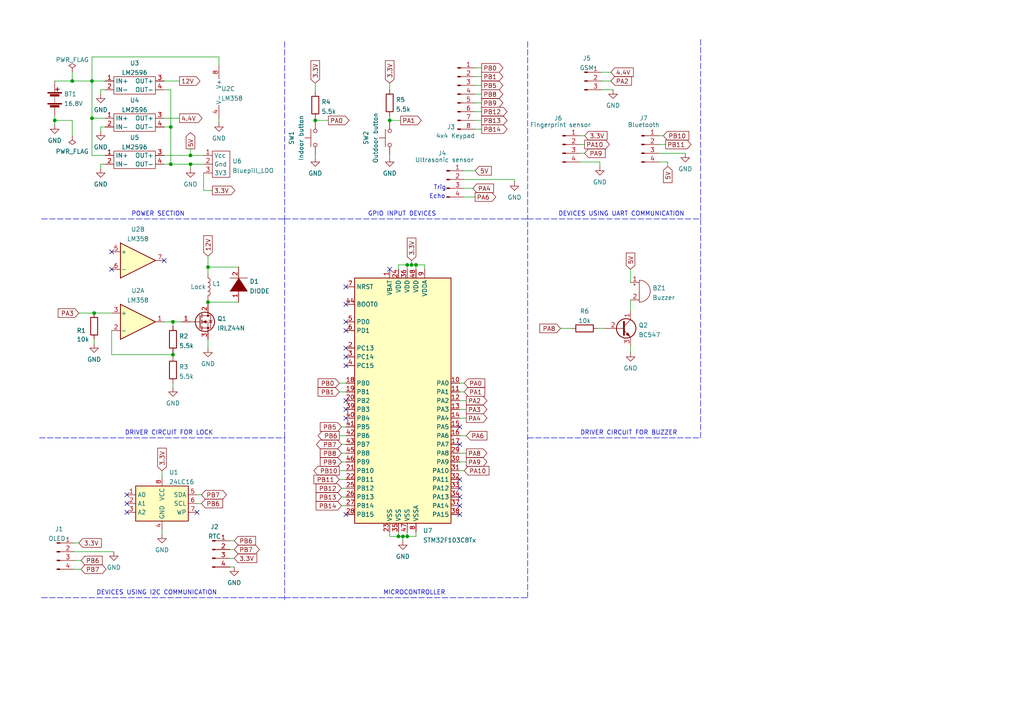
<source format=kicad_sch>
(kicad_sch (version 20211123) (generator eeschema)
  (paper "A4")
  (title_block (title "Smart Lock ") (date "2022-06-15") (rev "1.0") (company "Department of Electrical and Electronic Engineering, University of Ibadan"))
  (lib_symbols
    (symbol "Amplifier_Operational:LM358" (pin_names (offset 0.127))
      (property "Reference" "U" (at 0 5.08 0))
      (property "Value" "LM358" (at 0 -5.08 0))
      (symbol "LM358_1_1"
        (polyline (pts (xy -5.08 5.08) (xy 5.08 0) (xy -5.08 -5.08) (xy -5.08 5.08)) (stroke (width 0.254)) (fill (type background)))
        (pin output line (at 7.62 0 180) (length 2.54) (name "~") (number "1"))
        (pin input line (at -7.62 -2.54 0) (length 2.54) (name "-") (number "2"))
        (pin input line (at -7.62 2.54 0) (length 2.54) (name "+") (number "3"))
      )
      (symbol "LM358_2_1"
        (polyline (pts (xy -5.08 5.08) (xy 5.08 0) (xy -5.08 -5.08) (xy -5.08 5.08)) (stroke (width 0.254)) (fill (type background)))
        (pin input line (at -7.62 2.54 0) (length 2.54) (name "+") (number "5"))
        (pin input line (at -7.62 -2.54 0) (length 2.54) (name "-") (number "6"))
        (pin output line (at 7.62 0 180) (length 2.54) (name "~") (number "7"))
      )
      (symbol "LM358_3_1"
        (pin power_in line (at -2.54 -7.62 90) (length 3.81) (name "V-") (number "4"))
        (pin power_in line (at -2.54 7.62 270) (length 3.81) (name "V+") (number "8"))
      )
    )
    (symbol "Bluepill_LDO:Bluepill_LDO"
      (property "Reference" "U" (at 0 1.27 0))
      (property "Value" "Bluepill_LDO" (at 0 3.175 0))
      (symbol "Bluepill_LDO_0_1"
        (rectangle (start -3.81 0) (end 3.81 -5.08) (stroke (width 0.1524)))
      )
      (symbol "Bluepill_LDO_1_1"
        (pin power_in line (at -2.54 -7.62 90) (length 2.54) (name "Vcc") (number "1"))
        (pin power_in line (at 0 -7.62 90) (length 2.54) (name "Gnd") (number "2"))
        (pin power_out line (at 2.54 -7.62 90) (length 2.54) (name "3V3") (number "3"))
      )
    )
    (symbol "Connector:Conn_01x03_Male" (pin_names (offset 1.016) hide)
      (property "Reference" "J" (at 0 5.08 0))
      (property "Value" "Conn_01x03_Male" (at 0 -5.08 0))
      (symbol "Conn_01x03_Male_1_1"
        (polyline (pts (xy 1.27 -2.54) (xy 0.8636 -2.54)) (stroke (width 0.1524)))
        (polyline (pts (xy 1.27 0) (xy 0.8636 0)) (stroke (width 0.1524)))
        (polyline (pts (xy 1.27 2.54) (xy 0.8636 2.54)) (stroke (width 0.1524)))
        (rectangle (start 0.8636 -2.413) (end 0 -2.667) (stroke (width 0.1524)) (fill (type outline)))
        (rectangle (start 0.8636 0.127) (end 0 -0.127) (stroke (width 0.1524)) (fill (type outline)))
        (rectangle (start 0.8636 2.667) (end 0 2.413) (stroke (width 0.1524)) (fill (type outline)))
        (pin passive line (at 5.08 2.54 180) (length 3.81) (name "Pin_1") (number "1"))
        (pin passive line (at 5.08 0 180) (length 3.81) (name "Pin_2") (number "2"))
        (pin passive line (at 5.08 -2.54 180) (length 3.81) (name "Pin_3") (number "3"))
      )
    )
    (symbol "Connector:Conn_01x04_Male" (pin_names (offset 1.016) hide)
      (property "Reference" "J" (at 0 5.08 0))
      (property "Value" "Conn_01x04_Male" (at 0 -7.62 0))
      (symbol "Conn_01x04_Male_1_1"
        (polyline (pts (xy 1.27 -5.08) (xy 0.8636 -5.08)) (stroke (width 0.1524)))
        (polyline (pts (xy 1.27 -2.54) (xy 0.8636 -2.54)) (stroke (width 0.1524)))
        (polyline (pts (xy 1.27 0) (xy 0.8636 0)) (stroke (width 0.1524)))
        (polyline (pts (xy 1.27 2.54) (xy 0.8636 2.54)) (stroke (width 0.1524)))
        (rectangle (start 0.8636 -4.953) (end 0 -5.207) (stroke (width 0.1524)) (fill (type outline)))
        (rectangle (start 0.8636 -2.413) (end 0 -2.667) (stroke (width 0.1524)) (fill (type outline)))
        (rectangle (start 0.8636 0.127) (end 0 -0.127) (stroke (width 0.1524)) (fill (type outline)))
        (rectangle (start 0.8636 2.667) (end 0 2.413) (stroke (width 0.1524)) (fill (type outline)))
        (pin passive line (at 5.08 2.54 180) (length 3.81) (name "Pin_1") (number "1"))
        (pin passive line (at 5.08 0 180) (length 3.81) (name "Pin_2") (number "2"))
        (pin passive line (at 5.08 -2.54 180) (length 3.81) (name "Pin_3") (number "3"))
        (pin passive line (at 5.08 -5.08 180) (length 3.81) (name "Pin_4") (number "4"))
      )
    )
    (symbol "Connector:Conn_01x08_Male" (pin_names (offset 1.016) hide)
      (property "Reference" "J" (at 0 10.16 0))
      (property "Value" "Conn_01x08_Male" (at 0 -12.7 0))
      (symbol "Conn_01x08_Male_1_1"
        (polyline (pts (xy 1.27 -10.16) (xy 0.8636 -10.16)) (stroke (width 0.1524)))
        (polyline (pts (xy 1.27 -7.62) (xy 0.8636 -7.62)) (stroke (width 0.1524)))
        (polyline (pts (xy 1.27 -5.08) (xy 0.8636 -5.08)) (stroke (width 0.1524)))
        (polyline (pts (xy 1.27 -2.54) (xy 0.8636 -2.54)) (stroke (width 0.1524)))
        (polyline (pts (xy 1.27 0) (xy 0.8636 0)) (stroke (width 0.1524)))
        (polyline (pts (xy 1.27 2.54) (xy 0.8636 2.54)) (stroke (width 0.1524)))
        (polyline (pts (xy 1.27 5.08) (xy 0.8636 5.08)) (stroke (width 0.1524)))
        (polyline (pts (xy 1.27 7.62) (xy 0.8636 7.62)) (stroke (width 0.1524)))
        (rectangle (start 0.8636 -10.033) (end 0 -10.287) (stroke (width 0.1524)) (fill (type outline)))
        (rectangle (start 0.8636 -7.493) (end 0 -7.747) (stroke (width 0.1524)) (fill (type outline)))
        (rectangle (start 0.8636 -4.953) (end 0 -5.207) (stroke (width 0.1524)) (fill (type outline)))
        (rectangle (start 0.8636 -2.413) (end 0 -2.667) (stroke (width 0.1524)) (fill (type outline)))
        (rectangle (start 0.8636 0.127) (end 0 -0.127) (stroke (width 0.1524)) (fill (type outline)))
        (rectangle (start 0.8636 2.667) (end 0 2.413) (stroke (width 0.1524)) (fill (type outline)))
        (rectangle (start 0.8636 5.207) (end 0 4.953) (stroke (width 0.1524)) (fill (type outline)))
        (rectangle (start 0.8636 7.747) (end 0 7.493) (stroke (width 0.1524)) (fill (type outline)))
        (pin passive line (at 5.08 7.62 180) (length 3.81) (name "Pin_1") (number "1"))
        (pin passive line (at 5.08 5.08 180) (length 3.81) (name "Pin_2") (number "2"))
        (pin passive line (at 5.08 2.54 180) (length 3.81) (name "Pin_3") (number "3"))
        (pin passive line (at 5.08 0 180) (length 3.81) (name "Pin_4") (number "4"))
        (pin passive line (at 5.08 -2.54 180) (length 3.81) (name "Pin_5") (number "5"))
        (pin passive line (at 5.08 -5.08 180) (length 3.81) (name "Pin_6") (number "6"))
        (pin passive line (at 5.08 -7.62 180) (length 3.81) (name "Pin_7") (number "7"))
        (pin passive line (at 5.08 -10.16 180) (length 3.81) (name "Pin_8") (number "8"))
      )
    )
    (symbol "Device:Battery" (pin_numbers hide) (pin_names (offset 0) hide)
      (property "Reference" "BT" (at 2.54 2.54 0))
      (property "Value" "Battery" (at 2.54 0 0))
      (symbol "Battery_0_1"
        (rectangle (start -2.032 -1.397) (end 2.032 -1.651) (fill (type outline)))
        (rectangle (start -2.032 1.778) (end 2.032 1.524) (fill (type outline)))
        (rectangle (start -1.3208 -1.9812) (end 1.27 -2.4892) (fill (type outline)))
        (rectangle (start -1.3208 1.1938) (end 1.27 0.6858) (fill (type outline)))
        (polyline (pts (xy 0 -1.524) (xy 0 -1.27)))
        (polyline (pts (xy 0 -1.016) (xy 0 -0.762)))
        (polyline (pts (xy 0 -0.508) (xy 0 -0.254)))
        (polyline (pts (xy 0 0) (xy 0 0.254)))
        (polyline (pts (xy 0 0.508) (xy 0 0.762)))
        (polyline (pts (xy 0 1.778) (xy 0 2.54)))
        (polyline (pts (xy 0.254 2.667) (xy 1.27 2.667)) (stroke (width 0.254)))
        (polyline (pts (xy 0.762 3.175) (xy 0.762 2.159)) (stroke (width 0.254)))
      )
      (symbol "Battery_1_1"
        (pin passive line (at 0 5.08 270) (length 2.54) (name "+") (number "1"))
        (pin passive line (at 0 -5.08 90) (length 2.54) (name "-") (number "2"))
      )
    )
    (symbol "Device:Buzzer" (pin_names (offset 0.0254) hide)
      (property "Reference" "BZ" (at 3.81 1.27 0))
      (property "Value" "Buzzer" (at 3.81 -1.27 0))
      (symbol "Buzzer_0_1"
        (arc (start 0 -3.175) (mid 3.175 0) (end 0 3.175))
        (polyline (pts (xy -1.651 1.905) (xy -1.143 1.905)))
        (polyline (pts (xy -1.397 2.159) (xy -1.397 1.651)))
        (polyline (pts (xy 0 3.175) (xy 0 -3.175)))
      )
      (symbol "Buzzer_1_1"
        (pin passive line (at -2.54 2.54 0) (length 2.54) (name "-") (number "1"))
        (pin passive line (at -2.54 -2.54 0) (length 2.54) (name "+") (number "2"))
      )
    )
    (symbol "Device:L" (pin_numbers hide) (pin_names (offset 1.016) hide)
      (property "Reference" "L" (at -1.27 0 90))
      (property "Value" "L" (at 1.905 0 90))
      (symbol "L_0_1"
        (arc (start 0 -2.54) (mid 0.635 -1.905) (end 0 -1.27))
        (arc (start 0 -1.27) (mid 0.635 -0.635) (end 0 0))
        (arc (start 0 0) (mid 0.635 0.635) (end 0 1.27))
        (arc (start 0 1.27) (mid 0.635 1.905) (end 0 2.54))
      )
      (symbol "L_1_1"
        (pin passive line (at 0 3.81 270) (length 1.27) (name "1") (number "1"))
        (pin passive line (at 0 -3.81 90) (length 1.27) (name "2") (number "2"))
      )
    )
    (symbol "Device:R" (pin_numbers hide) (pin_names (offset 0))
      (property "Reference" "R" (at 2.032 0 90))
      (property "Value" "R" (at 0 0 90))
      (symbol "R_0_1"
        (rectangle (start -1.016 -2.54) (end 1.016 2.54) (stroke (width 0.254)))
      )
      (symbol "R_1_1"
        (pin passive line (at 0 3.81 270) (length 1.27) (name "~") (number "1"))
        (pin passive line (at 0 -3.81 90) (length 1.27) (name "~") (number "2"))
      )
    )
    (symbol "LM2596_Module:LM2596"
      (property "Reference" "U" (at 0 1.27 0))
      (property "Value" "LM2596" (at 0 3.175 0))
      (symbol "LM2596_0_1"
        (rectangle (start -5.715 0) (end 6.35 -5.08) (stroke (width 0.1524)))
      )
      (symbol "LM2596_1_1"
        (pin power_in line (at -8.255 -1.27 0) (length 2.54) (name "IN+") (number "1"))
        (pin power_in line (at -8.255 -3.81 0) (length 2.54) (name "IN-") (number "2"))
        (pin power_out line (at 8.89 -1.27 180) (length 2.54) (name "OUT+") (number "3"))
        (pin power_in line (at 8.89 -3.81 180) (length 2.54) (name "OUT-") (number "4"))
      )
    )
    (symbol "MCU_ST_STM32F1:STM32F103C8Tx"
      (property "Reference" "U" (at -15.24 36.83 0))
      (property "Value" "STM32F103C8Tx" (at 7.62 36.83 0))
      (symbol "STM32F103C8Tx_0_1"
        (rectangle (start -15.24 -35.56) (end 12.7 35.56) (stroke (width 0.254)) (fill (type background)))
      )
      (symbol "STM32F103C8Tx_1_1"
        (pin power_in line (at -5.08 38.1 270) (length 2.54) (name "VBAT") (number "1"))
        (pin bidirectional line (at 15.24 5.08 180) (length 2.54) (name "PA0") (number "10"))
        (pin bidirectional line (at 15.24 2.54 180) (length 2.54) (name "PA1") (number "11"))
        (pin bidirectional line (at 15.24 0 180) (length 2.54) (name "PA2") (number "12"))
        (pin bidirectional line (at 15.24 -2.54 180) (length 2.54) (name "PA3") (number "13"))
        (pin bidirectional line (at 15.24 -5.08 180) (length 2.54) (name "PA4") (number "14"))
        (pin bidirectional line (at 15.24 -7.62 180) (length 2.54) (name "PA5") (number "15"))
        (pin bidirectional line (at 15.24 -10.16 180) (length 2.54) (name "PA6") (number "16"))
        (pin bidirectional line (at 15.24 -12.7 180) (length 2.54) (name "PA7") (number "17"))
        (pin bidirectional line (at -17.78 5.08 0) (length 2.54) (name "PB0") (number "18"))
        (pin bidirectional line (at -17.78 2.54 0) (length 2.54) (name "PB1") (number "19"))
        (pin bidirectional line (at -17.78 15.24 0) (length 2.54) (name "PC13") (number "2"))
        (pin bidirectional line (at -17.78 0 0) (length 2.54) (name "PB2") (number "20"))
        (pin bidirectional line (at -17.78 -20.32 0) (length 2.54) (name "PB10") (number "21"))
        (pin bidirectional line (at -17.78 -22.86 0) (length 2.54) (name "PB11") (number "22"))
        (pin power_in line (at -5.08 -38.1 90) (length 2.54) (name "VSS") (number "23"))
        (pin power_in line (at -2.54 38.1 270) (length 2.54) (name "VDD") (number "24"))
        (pin bidirectional line (at -17.78 -25.4 0) (length 2.54) (name "PB12") (number "25"))
        (pin bidirectional line (at -17.78 -27.94 0) (length 2.54) (name "PB13") (number "26"))
        (pin bidirectional line (at -17.78 -30.48 0) (length 2.54) (name "PB14") (number "27"))
        (pin bidirectional line (at -17.78 -33.02 0) (length 2.54) (name "PB15") (number "28"))
        (pin bidirectional line (at 15.24 -15.24 180) (length 2.54) (name "PA8") (number "29"))
        (pin bidirectional line (at -17.78 12.7 0) (length 2.54) (name "PC14") (number "3"))
        (pin bidirectional line (at 15.24 -17.78 180) (length 2.54) (name "PA9") (number "30"))
        (pin bidirectional line (at 15.24 -20.32 180) (length 2.54) (name "PA10") (number "31"))
        (pin bidirectional line (at 15.24 -22.86 180) (length 2.54) (name "PA11") (number "32"))
        (pin bidirectional line (at 15.24 -25.4 180) (length 2.54) (name "PA12") (number "33"))
        (pin bidirectional line (at 15.24 -27.94 180) (length 2.54) (name "PA13") (number "34"))
        (pin power_in line (at -2.54 -38.1 90) (length 2.54) (name "VSS") (number "35"))
        (pin power_in line (at 0 38.1 270) (length 2.54) (name "VDD") (number "36"))
        (pin bidirectional line (at 15.24 -30.48 180) (length 2.54) (name "PA14") (number "37"))
        (pin bidirectional line (at 15.24 -33.02 180) (length 2.54) (name "PA15") (number "38"))
        (pin bidirectional line (at -17.78 -2.54 0) (length 2.54) (name "PB3") (number "39"))
        (pin bidirectional line (at -17.78 10.16 0) (length 2.54) (name "PC15") (number "4"))
        (pin bidirectional line (at -17.78 -5.08 0) (length 2.54) (name "PB4") (number "40"))
        (pin bidirectional line (at -17.78 -7.62 0) (length 2.54) (name "PB5") (number "41"))
        (pin bidirectional line (at -17.78 -10.16 0) (length 2.54) (name "PB6") (number "42"))
        (pin bidirectional line (at -17.78 -12.7 0) (length 2.54) (name "PB7") (number "43"))
        (pin input line (at -17.78 27.94 0) (length 2.54) (name "BOOT0") (number "44"))
        (pin bidirectional line (at -17.78 -15.24 0) (length 2.54) (name "PB8") (number "45"))
        (pin bidirectional line (at -17.78 -17.78 0) (length 2.54) (name "PB9") (number "46"))
        (pin power_in line (at 0 -38.1 90) (length 2.54) (name "VSS") (number "47"))
        (pin power_in line (at 2.54 38.1 270) (length 2.54) (name "VDD") (number "48"))
        (pin input line (at -17.78 22.86 0) (length 2.54) (name "PD0") (number "5"))
        (pin input line (at -17.78 20.32 0) (length 2.54) (name "PD1") (number "6"))
        (pin input line (at -17.78 33.02 0) (length 2.54) (name "NRST") (number "7"))
        (pin power_in line (at 2.54 -38.1 90) (length 2.54) (name "VSSA") (number "8"))
        (pin power_in line (at 5.08 38.1 270) (length 2.54) (name "VDDA") (number "9"))
      )
    )
    (symbol "Memory_EEPROM:24LC16"
      (property "Reference" "U" (at -6.35 6.35 0))
      (property "Value" "24LC16" (at 1.27 6.35 0))
      (symbol "24LC16_1_1"
        (rectangle (start -7.62 5.08) (end 7.62 -5.08) (stroke (width 0.254)) (fill (type background)))
        (pin input line (at -10.16 2.54 0) (length 2.54) (name "A0") (number "1"))
        (pin input line (at -10.16 0 0) (length 2.54) (name "A1") (number "2"))
        (pin input line (at -10.16 -2.54 0) (length 2.54) (name "A2") (number "3"))
        (pin power_in line (at 0 -7.62 90) (length 2.54) (name "GND") (number "4"))
        (pin bidirectional line (at 10.16 2.54 180) (length 2.54) (name "SDA") (number "5"))
        (pin input line (at 10.16 0 180) (length 2.54) (name "SCL") (number "6"))
        (pin input line (at 10.16 -2.54 180) (length 2.54) (name "WP") (number "7"))
        (pin power_in line (at 0 7.62 270) (length 2.54) (name "VCC") (number "8"))
      )
    )
    (symbol "Switch:SW_MEC_5G" (pin_numbers hide) (pin_names (offset 1.016) hide)
      (property "Reference" "SW" (at 1.27 2.54 0))
      (property "Value" "SW_MEC_5G" (at 0 -1.524 0))
      (symbol "SW_MEC_5G_0_1"
        (circle (center -2.032 0) (radius 0.508))
        (polyline (pts (xy 0 1.27) (xy 0 3.048)))
        (polyline (pts (xy 2.54 1.27) (xy -2.54 1.27)))
        (circle (center 2.032 0) (radius 0.508))
        (pin passive line (at -5.08 0 0) (length 2.54) (name "A") (number "1"))
        (pin passive line (at 5.08 0 180) (length 2.54) (name "B") (number "3"))
      )
      (symbol "SW_MEC_5G_1_1"
        (pin passive line (at -5.08 0 0) (length 2.54) hide (name "A") (number "2"))
        (pin passive line (at 5.08 0 180) (length 2.54) hide (name "B") (number "4"))
      )
    )
    (symbol "Transistor_BJT:BC547" (pin_names (offset 0) hide)
      (property "Reference" "Q" (at 5.08 1.905 0))
      (property "Value" "BC547" (at 5.08 0 0))
      (symbol "BC547_0_1"
        (polyline (pts (xy 0 0) (xy 0.635 0)))
        (polyline (pts (xy 0.635 0.635) (xy 2.54 2.54)))
        (polyline (pts (xy 0.635 -0.635) (xy 2.54 -2.54) (xy 2.54 -2.54)))
        (polyline (pts (xy 0.635 1.905) (xy 0.635 -1.905) (xy 0.635 -1.905)) (stroke (width 0.508)))
        (polyline (pts (xy 1.27 -1.778) (xy 1.778 -1.27) (xy 2.286 -2.286) (xy 1.27 -1.778) (xy 1.27 -1.778)) (fill (type outline)))
        (circle (center 1.27 0) (radius 2.8194) (stroke (width 0.254)))
      )
      (symbol "BC547_1_1"
        (pin passive line (at 2.54 5.08 270) (length 2.54) (name "C") (number "1"))
        (pin input line (at -5.08 0 0) (length 5.08) (name "B") (number "2"))
        (pin passive line (at 2.54 -5.08 90) (length 2.54) (name "E") (number "3"))
      )
    )
    (symbol "Transistor_FET:IRLZ44N" (pin_names hide)
      (property "Reference" "Q" (at 6.35 1.905 0))
      (property "Value" "IRLZ44N" (at 6.35 0 0))
      (symbol "IRLZ44N_0_1"
        (polyline (pts (xy 0.254 0) (xy -2.54 0)))
        (polyline (pts (xy 0.254 1.905) (xy 0.254 -1.905)) (stroke (width 0.254)))
        (polyline (pts (xy 0.762 -1.27) (xy 0.762 -2.286)) (stroke (width 0.254)))
        (polyline (pts (xy 0.762 0.508) (xy 0.762 -0.508)) (stroke (width 0.254)))
        (polyline (pts (xy 0.762 2.286) (xy 0.762 1.27)) (stroke (width 0.254)))
        (polyline (pts (xy 2.54 2.54) (xy 2.54 1.778)))
        (polyline (pts (xy 2.54 -2.54) (xy 2.54 0) (xy 0.762 0)))
        (polyline (pts (xy 0.762 -1.778) (xy 3.302 -1.778) (xy 3.302 1.778) (xy 0.762 1.778)))
        (polyline (pts (xy 1.016 0) (xy 2.032 0.381) (xy 2.032 -0.381) (xy 1.016 0)) (fill (type outline)))
        (polyline (pts (xy 2.794 0.508) (xy 2.921 0.381) (xy 3.683 0.381) (xy 3.81 0.254)))
        (polyline (pts (xy 3.302 0.381) (xy 2.921 -0.254) (xy 3.683 -0.254) (xy 3.302 0.381)))
        (circle (center 1.651 0) (radius 2.794) (stroke (width 0.254)))
        (circle (center 2.54 -1.778) (radius 0.254) (fill (type outline)))
        (circle (center 2.54 1.778) (radius 0.254) (fill (type outline)))
      )
      (symbol "IRLZ44N_1_1"
        (pin input line (at -5.08 0 0) (length 2.54) (name "G") (number "1"))
        (pin passive line (at 2.54 5.08 270) (length 2.54) (name "D") (number "2"))
        (pin passive line (at 2.54 -5.08 90) (length 2.54) (name "S") (number "3"))
      )
    )
    (symbol "power:GND" (power) (pin_names (offset 0))
      (property "Value" "GND" (at 0 -3.81 0))
      (symbol "GND_0_1"
        (polyline (pts (xy 0 0) (xy 0 -1.27) (xy 1.27 -1.27) (xy 0 -2.54) (xy -1.27 -1.27) (xy 0 -1.27)))
      )
      (symbol "GND_1_1"
        (pin power_in line (at 0 0 270) (length 0) hide (name "GND") (number "1"))
      )
    )
    (symbol "power:PWR_FLAG" (power) (pin_numbers hide) (pin_names (offset 0) hide)
      (property "Value" "PWR_FLAG" (at 0 3.81 0))
      (symbol "PWR_FLAG_0_0"
        (pin power_out line (at 0 0 90) (length 0) (name "pwr") (number "1"))
      )
      (symbol "PWR_FLAG_0_1"
        (polyline (pts (xy 0 0) (xy 0 1.27) (xy -1.016 1.905) (xy 0 2.54) (xy 1.016 1.905) (xy 0 1.27)))
      )
    )
    (symbol "pspice:DIODE" (pin_names (offset 1.016) hide)
      (property "Reference" "D" (at 0 3.81 0))
      (property "Value" "DIODE" (at 0 -4.445 0))
      (symbol "DIODE_0_1"
        (polyline (pts (xy 1.905 2.54) (xy 1.905 -2.54)))
        (polyline (pts (xy -1.905 2.54) (xy -1.905 -2.54) (xy 1.905 0)) (fill (type outline)))
      )
      (symbol "DIODE_1_1"
        (pin input line (at -5.08 0 0) (length 3.81) (name "K") (number "1"))
        (pin input line (at 5.08 0 180) (length 3.81) (name "A") (number "2"))
      )
    )
  )
  (junction (at 49.53 36.83))
  (junction (at 55.245 47.625))
  (junction (at 113.03 34.925))
  (junction (at 20.955 23.495))
  (junction (at 27.305 90.805))
  (junction (at 50.165 93.345))
  (junction (at 60.325 77.47))
  (junction (at 26.67 34.29))
  (junction (at 91.44 34.925))
  (junction (at 118.11 155.575))
  (junction (at 49.53 47.625))
  (junction (at 120.65 76.835))
  (junction (at 26.67 23.495))
  (junction (at 50.165 102.87))
  (junction (at 115.57 155.575))
  (junction (at 119.38 76.835))
  (junction (at 15.875 34.925))
  (junction (at 55.245 45.085))
  (junction (at 116.84 155.575))
  (junction (at 60.325 87.63))
  (junction (at 118.11 76.835))
  (no_connect (at 133.35 149.225))
  (no_connect (at 133.35 146.685))
  (no_connect (at 133.35 141.605))
  (no_connect (at 133.35 139.065))
  (no_connect (at 133.35 144.145))
  (no_connect (at 100.33 149.225))
  (no_connect (at 100.33 121.285))
  (no_connect (at 100.33 118.745))
  (no_connect (at 133.35 128.905))
  (no_connect (at 133.35 123.825))
  (no_connect (at 100.33 116.205))
  (no_connect (at 100.33 93.345))
  (no_connect (at 100.33 88.265))
  (no_connect (at 100.33 83.185))
  (no_connect (at 113.03 78.105))
  (no_connect (at 100.33 95.885))
  (no_connect (at 100.33 106.045))
  (no_connect (at 100.33 103.505))
  (no_connect (at 100.33 100.965))
  (no_connect (at 47.625 75.565))
  (no_connect (at 32.385 73.025))
  (no_connect (at 32.385 78.105))
  (no_connect (at 36.83 143.51))
  (no_connect (at 36.83 146.05))
  (no_connect (at 36.83 148.59))
  (no_connect (at 57.15 148.59))
  (wire (pts (xy 173.99 46.99) (xy 168.275 46.99)))
  (wire (pts (xy 47.625 93.345) (xy 50.165 93.345)))
  (wire (pts (xy 133.35 136.525) (xy 134.62 136.525)))
  (wire (pts (xy 91.44 45.085) (xy 91.44 45.72)))
  (polyline (pts (xy 203.2 11.43) (xy 203.2 63.5)))
  (polyline (pts (xy 82.55 12.065) (xy 82.55 63.5)))
  (polyline (pts (xy 11.43 127) (xy 82.55 127)))
  (wire (pts (xy 134.62 49.53) (xy 137.795 49.53)))
  (wire (pts (xy 134.62 52.07) (xy 149.225 52.07)))
  (wire (pts (xy 60.325 98.425) (xy 60.325 100.965)))
  (wire (pts (xy 20.955 23.495) (xy 26.67 23.495)))
  (wire (pts (xy 137.795 29.845) (xy 139.7 29.845)))
  (wire (pts (xy 21.59 160.02) (xy 33.02 160.02)))
  (wire (pts (xy 47.625 36.83) (xy 49.53 36.83)))
  (wire (pts (xy 137.795 34.925) (xy 139.7 34.925)))
  (wire (pts (xy 133.35 133.985) (xy 135.255 133.985)))
  (wire (pts (xy 60.325 77.47) (xy 69.215 77.47)))
  (wire (pts (xy 22.86 90.805) (xy 27.305 90.805)))
  (wire (pts (xy 133.35 116.205) (xy 135.255 116.205)))
  (wire (pts (xy 32.385 102.87) (xy 50.165 102.87)))
  (wire (pts (xy 29.21 38.1) (xy 29.21 36.83)))
  (wire (pts (xy 137.795 27.305) (xy 139.7 27.305)))
  (wire (pts (xy 20.955 39.37) (xy 20.955 34.925)))
  (wire (pts (xy 137.795 24.765) (xy 139.7 24.765)))
  (wire (pts (xy 26.67 45.085) (xy 26.67 34.29)))
  (wire (pts (xy 99.06 141.605) (xy 100.33 141.605)))
  (wire (pts (xy 47.625 34.29) (xy 52.07 34.29)))
  (wire (pts (xy 115.57 78.105) (xy 115.57 76.835)))
  (wire (pts (xy 168.275 41.91) (xy 169.545 41.91)))
  (wire (pts (xy 98.425 136.525) (xy 100.33 136.525)))
  (wire (pts (xy 173.355 95.25) (xy 175.26 95.25)))
  (wire (pts (xy 29.21 27.305) (xy 29.21 26.035)))
  (wire (pts (xy 26.67 23.495) (xy 30.48 23.495)))
  (wire (pts (xy 191.135 41.91) (xy 193.04 41.91)))
  (polyline (pts (xy 153.035 127) (xy 203.2 127)))
  (wire (pts (xy 113.03 155.575) (xy 115.57 155.575)))
  (wire (pts (xy 116.84 155.575) (xy 116.84 156.845)))
  (wire (pts (xy 59.055 50.165) (xy 59.055 55.245)))
  (wire (pts (xy 174.625 23.495) (xy 177.165 23.495)))
  (wire (pts (xy 115.57 154.305) (xy 115.57 155.575)))
  (wire (pts (xy 15.875 33.655) (xy 15.875 34.925)))
  (wire (pts (xy 191.135 46.99) (xy 193.675 46.99)))
  (wire (pts (xy 113.03 154.305) (xy 113.03 155.575)))
  (wire (pts (xy 21.59 165.1) (xy 23.495 165.1)))
  (wire (pts (xy 182.88 86.995) (xy 182.88 90.17)))
  (wire (pts (xy 119.38 75.565) (xy 119.38 76.835)))
  (wire (pts (xy 133.35 131.445) (xy 135.255 131.445)))
  (wire (pts (xy 66.675 164.465) (xy 67.945 164.465)))
  (wire (pts (xy 118.11 155.575) (xy 120.65 155.575)))
  (wire (pts (xy 98.425 111.125) (xy 100.33 111.125)))
  (wire (pts (xy 91.44 24.13) (xy 91.44 26.67)))
  (wire (pts (xy 99.06 131.445) (xy 100.33 131.445)))
  (wire (pts (xy 49.53 47.625) (xy 55.245 47.625)))
  (wire (pts (xy 32.385 95.885) (xy 32.385 102.87)))
  (wire (pts (xy 91.44 34.29) (xy 91.44 34.925)))
  (wire (pts (xy 15.875 23.495) (xy 20.955 23.495)))
  (wire (pts (xy 66.675 156.845) (xy 67.945 156.845)))
  (wire (pts (xy 99.06 144.145) (xy 100.33 144.145)))
  (wire (pts (xy 29.21 48.895) (xy 29.21 47.625)))
  (wire (pts (xy 60.325 77.47) (xy 60.325 79.375)))
  (polyline (pts (xy 153.035 63.5) (xy 203.2 63.5)))
  (wire (pts (xy 29.21 36.83) (xy 30.48 36.83)))
  (wire (pts (xy 168.275 44.45) (xy 169.545 44.45)))
  (wire (pts (xy 26.67 16.51) (xy 26.67 23.495)))
  (wire (pts (xy 49.53 26.035) (xy 49.53 36.83)))
  (wire (pts (xy 134.62 57.15) (xy 137.795 57.15)))
  (wire (pts (xy 21.59 162.56) (xy 23.495 162.56)))
  (wire (pts (xy 99.06 128.905) (xy 100.33 128.905)))
  (wire (pts (xy 55.245 47.625) (xy 59.055 47.625)))
  (wire (pts (xy 46.99 136.525) (xy 46.99 138.43)))
  (wire (pts (xy 29.21 47.625) (xy 30.48 47.625)))
  (wire (pts (xy 98.425 126.365) (xy 100.33 126.365)))
  (wire (pts (xy 21.59 157.48) (xy 22.86 157.48)))
  (wire (pts (xy 60.325 86.995) (xy 60.325 87.63)))
  (wire (pts (xy 60.325 87.63) (xy 69.215 87.63)))
  (wire (pts (xy 173.99 48.26) (xy 173.99 46.99)))
  (wire (pts (xy 55.245 43.18) (xy 55.245 45.085)))
  (wire (pts (xy 182.88 100.33) (xy 182.88 102.235)))
  (wire (pts (xy 149.225 52.07) (xy 149.225 52.705)))
  (wire (pts (xy 50.165 102.87) (xy 50.165 103.505)))
  (wire (pts (xy 26.67 16.51) (xy 63.5 16.51)))
  (wire (pts (xy 133.35 111.125) (xy 134.62 111.125)))
  (wire (pts (xy 119.38 76.835) (xy 120.65 76.835)))
  (wire (pts (xy 46.99 153.67) (xy 46.99 154.94)))
  (polyline (pts (xy 82.55 63.5) (xy 153.035 63.5)))
  (wire (pts (xy 134.62 54.61) (xy 137.16 54.61)))
  (wire (pts (xy 99.06 123.825) (xy 100.33 123.825)))
  (wire (pts (xy 137.795 22.225) (xy 139.7 22.225)))
  (wire (pts (xy 133.35 126.365) (xy 135.255 126.365)))
  (wire (pts (xy 98.425 139.065) (xy 100.33 139.065)))
  (wire (pts (xy 15.875 34.925) (xy 15.875 36.195)))
  (wire (pts (xy 113.03 24.13) (xy 113.03 26.035)))
  (wire (pts (xy 98.425 113.665) (xy 100.33 113.665)))
  (wire (pts (xy 133.35 118.745) (xy 135.255 118.745)))
  (wire (pts (xy 91.44 34.925) (xy 95.25 34.925)))
  (wire (pts (xy 137.795 19.685) (xy 139.7 19.685)))
  (wire (pts (xy 162.56 95.25) (xy 165.735 95.25)))
  (wire (pts (xy 174.625 26.035) (xy 177.8 26.035)))
  (wire (pts (xy 47.625 45.085) (xy 55.245 45.085)))
  (wire (pts (xy 66.675 161.925) (xy 67.945 161.925)))
  (wire (pts (xy 29.21 26.035) (xy 30.48 26.035)))
  (wire (pts (xy 137.795 32.385) (xy 139.7 32.385)))
  (wire (pts (xy 133.35 121.285) (xy 135.255 121.285)))
  (wire (pts (xy 27.305 90.805) (xy 32.385 90.805)))
  (wire (pts (xy 99.06 146.685) (xy 100.33 146.685)))
  (wire (pts (xy 50.165 102.235) (xy 50.165 102.87)))
  (polyline (pts (xy 203.2 127) (xy 203.2 63.5)))
  (wire (pts (xy 63.5 19.05) (xy 63.5 16.51)))
  (wire (pts (xy 99.06 133.985) (xy 100.33 133.985)))
  (wire (pts (xy 191.135 44.45) (xy 198.755 44.45)))
  (wire (pts (xy 118.11 76.835) (xy 118.11 78.105)))
  (wire (pts (xy 168.275 39.37) (xy 169.545 39.37)))
  (wire (pts (xy 47.625 26.035) (xy 49.53 26.035)))
  (polyline (pts (xy 153.035 12.065) (xy 153.035 63.5)))
  (wire (pts (xy 191.135 39.37) (xy 192.405 39.37)))
  (polyline (pts (xy 82.55 173.355) (xy 153.035 173.355)))
  (wire (pts (xy 57.15 143.51) (xy 58.42 143.51)))
  (wire (pts (xy 49.53 36.83) (xy 49.53 47.625)))
  (wire (pts (xy 57.15 146.05) (xy 58.42 146.05)))
  (wire (pts (xy 50.165 93.345) (xy 50.165 94.615)))
  (wire (pts (xy 60.325 87.63) (xy 60.325 88.265)))
  (wire (pts (xy 113.03 34.925) (xy 116.205 34.925)))
  (wire (pts (xy 20.955 34.925) (xy 15.875 34.925)))
  (wire (pts (xy 55.245 47.625) (xy 55.245 48.895)))
  (polyline (pts (xy 12.065 63.5) (xy 82.55 63.5)))
  (wire (pts (xy 123.19 76.835) (xy 123.19 78.105)))
  (wire (pts (xy 60.325 74.295) (xy 60.325 77.47)))
  (wire (pts (xy 118.11 154.305) (xy 118.11 155.575)))
  (wire (pts (xy 47.625 47.625) (xy 49.53 47.625)))
  (wire (pts (xy 115.57 76.835) (xy 118.11 76.835)))
  (wire (pts (xy 63.5 34.29) (xy 63.5 35.56)))
  (wire (pts (xy 66.675 159.385) (xy 67.945 159.385)))
  (wire (pts (xy 30.48 45.085) (xy 26.67 45.085)))
  (wire (pts (xy 59.055 55.245) (xy 61.595 55.245)))
  (wire (pts (xy 55.245 45.085) (xy 59.055 45.085)))
  (wire (pts (xy 120.65 76.835) (xy 123.19 76.835)))
  (wire (pts (xy 113.03 45.085) (xy 113.03 45.72)))
  (wire (pts (xy 20.955 20.955) (xy 20.955 23.495)))
  (wire (pts (xy 115.57 155.575) (xy 116.84 155.575)))
  (wire (pts (xy 30.48 34.29) (xy 26.67 34.29)))
  (wire (pts (xy 26.67 34.29) (xy 26.67 23.495)))
  (wire (pts (xy 27.305 98.425) (xy 27.305 99.695)))
  (wire (pts (xy 50.165 93.345) (xy 52.705 93.345)))
  (wire (pts (xy 118.11 76.835) (xy 119.38 76.835)))
  (polyline (pts (xy 82.55 127) (xy 82.55 173.99)))
  (wire (pts (xy 174.625 20.955) (xy 177.165 20.955)))
  (wire (pts (xy 113.03 33.655) (xy 113.03 34.925)))
  (wire (pts (xy 182.88 78.105) (xy 182.88 81.915)))
  (wire (pts (xy 133.35 113.665) (xy 134.62 113.665)))
  (polyline (pts (xy 153.035 173.355) (xy 153.035 63.5)))
  (wire (pts (xy 193.675 46.99) (xy 193.675 48.26)))
  (wire (pts (xy 47.625 23.495) (xy 52.07 23.495)))
  (wire (pts (xy 120.65 76.835) (xy 120.65 78.105)))
  (wire (pts (xy 116.84 155.575) (xy 118.11 155.575)))
  (wire (pts (xy 137.795 37.465) (xy 139.7 37.465)))
  (polyline (pts (xy 82.55 63.5) (xy 82.55 127)))
  (polyline (pts (xy 12.065 173.355) (xy 82.55 173.355)))
  (wire (pts (xy 50.165 111.125) (xy 50.165 112.395)))
  (wire (pts (xy 120.65 155.575) (xy 120.65 154.305)))
  (text "Echo" (at 124.46 57.785 0) (effects (font (size 1.27 1.27)) (justify left bottom)))
  (text "GPIO INPUT DEVICES" (at 106.68 62.865 0) (effects (font (size 1.27 1.27)) (justify left bottom)))
  (text "DEVICES USING UART COMMUNICATION" (at 161.925 62.865 0) (effects (font (size 1.27 1.27)) (justify left bottom)))
  (text "DEVICES USING I2C COMMUNICATION" (at 27.94 172.72 0) (effects (font (size 1.27 1.27)) (justify left bottom)))
  (text "Trig" (at 125.73 55.245 0) (effects (font (size 1.27 1.27)) (justify left bottom)))
  (text "DRIVER CIRCUIT FOR BUZZER" (at 168.275 126.365 0) (effects (font (size 1.27 1.27)) (justify left bottom)))
  (text "DRIVER CIRCUIT FOR LOCK" (at 36.195 126.365 0) (effects (font (size 1.27 1.27)) (justify left bottom)))
  (text "MICROCONTROLLER" (at 111.125 172.72 0) (effects (font (size 1.27 1.27)) (justify left bottom)))
  (text "POWER SECTION" (at 38.1 62.865 0) (effects (font (size 1.27 1.27)) (justify left bottom)))
  (global_label "PA3" (shape input) (at 22.86 90.805 180) (property "Intersheet References" "${INTERSHEET_REFS}" (effects hide)))
  (global_label "PB1" (shape input) (at 98.425 113.665 180) (property "Intersheet References" "${INTERSHEET_REFS}" (effects hide)))
  (global_label "PA1" (shape input) (at 134.62 113.665 0) (property "Intersheet References" "${INTERSHEET_REFS}" (effects hide)))
  (global_label "4.4V" (shape input) (at 177.165 20.955 0) (property "Intersheet References" "${INTERSHEET_REFS}" (effects hide)))
  (global_label "12V" (shape output) (at 52.07 23.495 0) (property "Intersheet References" "${INTERSHEET_REFS}" (effects hide)))
  (global_label "PA1" (shape output) (at 116.205 34.925 0) (property "Intersheet References" "${INTERSHEET_REFS}" (effects hide)))
  (global_label "PB6" (shape input) (at 58.42 146.05 0) (property "Intersheet References" "${INTERSHEET_REFS}" (effects hide)))
  (global_label "3.3V" (shape input) (at 119.38 75.565 90) (property "Intersheet References" "${INTERSHEET_REFS}" (effects hide)))
  (global_label "PB9" (shape output) (at 139.7 29.845 0) (property "Intersheet References" "${INTERSHEET_REFS}" (effects hide)))
  (global_label "PB13" (shape input) (at 99.06 144.145 180) (property "Intersheet References" "${INTERSHEET_REFS}" (effects hide)))
  (global_label "12V" (shape input) (at 60.325 74.295 90) (property "Intersheet References" "${INTERSHEET_REFS}" (effects hide)))
  (global_label "PB14" (shape output) (at 139.7 37.465 0) (property "Intersheet References" "${INTERSHEET_REFS}" (effects hide)))
  (global_label "PA8" (shape output) (at 135.255 131.445 0) (property "Intersheet References" "${INTERSHEET_REFS}" (effects hide)))
  (global_label "PB9" (shape input) (at 99.06 133.985 180) (property "Intersheet References" "${INTERSHEET_REFS}" (effects hide)))
  (global_label "PB1" (shape output) (at 139.7 22.225 0) (property "Intersheet References" "${INTERSHEET_REFS}" (effects hide)))
  (global_label "PB6" (shape output) (at 98.425 126.365 180) (property "Intersheet References" "${INTERSHEET_REFS}" (effects hide)))
  (global_label "5V" (shape input) (at 182.88 78.105 90) (property "Intersheet References" "${INTERSHEET_REFS}" (effects hide)))
  (global_label "PB7" (shape bidirectional) (at 23.495 165.1 0) (property "Intersheet References" "${INTERSHEET_REFS}" (effects hide)))
  (global_label "PB7" (shape bidirectional) (at 58.42 143.51 0) (property "Intersheet References" "${INTERSHEET_REFS}" (effects hide)))
  (global_label "PA9" (shape output) (at 135.255 133.985 0) (property "Intersheet References" "${INTERSHEET_REFS}" (effects hide)))
  (global_label "4.4V" (shape output) (at 52.07 34.29 0) (property "Intersheet References" "${INTERSHEET_REFS}" (effects hide)))
  (global_label "3.3V" (shape input) (at 113.03 24.13 90) (property "Intersheet References" "${INTERSHEET_REFS}" (effects hide)))
  (global_label "5V" (shape input) (at 193.675 48.26 270) (property "Intersheet References" "${INTERSHEET_REFS}" (effects hide)))
  (global_label "PB7" (shape bidirectional) (at 67.945 159.385 0) (property "Intersheet References" "${INTERSHEET_REFS}" (effects hide)))
  (global_label "PA2" (shape output) (at 135.255 116.205 0) (property "Intersheet References" "${INTERSHEET_REFS}" (effects hide)))
  (global_label "PB12" (shape output) (at 139.7 32.385 0) (property "Intersheet References" "${INTERSHEET_REFS}" (effects hide)))
  (global_label "PA9" (shape input) (at 169.545 44.45 0) (property "Intersheet References" "${INTERSHEET_REFS}" (effects hide)))
  (global_label "PA10" (shape input) (at 134.62 136.525 0) (property "Intersheet References" "${INTERSHEET_REFS}" (effects hide)))
  (global_label "PA10" (shape output) (at 169.545 41.91 0) (property "Intersheet References" "${INTERSHEET_REFS}" (effects hide)))
  (global_label "3.3V" (shape input) (at 46.99 136.525 90) (property "Intersheet References" "${INTERSHEET_REFS}" (effects hide)))
  (global_label "PB11" (shape output) (at 193.04 41.91 0) (property "Intersheet References" "${INTERSHEET_REFS}" (effects hide)))
  (global_label "PB5" (shape output) (at 139.7 24.765 0) (property "Intersheet References" "${INTERSHEET_REFS}" (effects hide)))
  (global_label "PB0" (shape input) (at 98.425 111.125 180) (property "Intersheet References" "${INTERSHEET_REFS}" (effects hide)))
  (global_label "PB12" (shape input) (at 99.06 141.605 180) (property "Intersheet References" "${INTERSHEET_REFS}" (effects hide)))
  (global_label "PA0" (shape output) (at 95.25 34.925 0) (property "Intersheet References" "${INTERSHEET_REFS}" (effects hide)))
  (global_label "PA6" (shape input) (at 135.255 126.365 0) (property "Intersheet References" "${INTERSHEET_REFS}" (effects hide)))
  (global_label "PA4" (shape output) (at 135.255 121.285 0) (property "Intersheet References" "${INTERSHEET_REFS}" (effects hide)))
  (global_label "PA0" (shape input) (at 134.62 111.125 0) (property "Intersheet References" "${INTERSHEET_REFS}" (effects hide)))
  (global_label "3.3V" (shape output) (at 61.595 55.245 0) (property "Intersheet References" "${INTERSHEET_REFS}" (effects hide)))
  (global_label "PB0" (shape output) (at 139.7 19.685 0) (property "Intersheet References" "${INTERSHEET_REFS}" (effects hide)))
  (global_label "PA6" (shape output) (at 137.795 57.15 0) (property "Intersheet References" "${INTERSHEET_REFS}" (effects hide)))
  (global_label "3.3V" (shape input) (at 22.86 157.48 0) (property "Intersheet References" "${INTERSHEET_REFS}" (effects hide)))
  (global_label "PB8" (shape input) (at 99.06 131.445 180) (property "Intersheet References" "${INTERSHEET_REFS}" (effects hide)))
  (global_label "PB5" (shape input) (at 99.06 123.825 180) (property "Intersheet References" "${INTERSHEET_REFS}" (effects hide)))
  (global_label "PA8" (shape input) (at 162.56 95.25 180) (property "Intersheet References" "${INTERSHEET_REFS}" (effects hide)))
  (global_label "PB13" (shape output) (at 139.7 34.925 0) (property "Intersheet References" "${INTERSHEET_REFS}" (effects hide)))
  (global_label "3.3V" (shape input) (at 169.545 39.37 0) (property "Intersheet References" "${INTERSHEET_REFS}" (effects hide)))
  (global_label "PB6" (shape input) (at 67.945 156.845 0) (property "Intersheet References" "${INTERSHEET_REFS}" (effects hide)))
  (global_label "3.3V" (shape input) (at 67.945 161.925 0) (property "Intersheet References" "${INTERSHEET_REFS}" (effects hide)))
  (global_label "PB6" (shape input) (at 23.495 162.56 0) (property "Intersheet References" "${INTERSHEET_REFS}" (effects hide)))
  (global_label "PB10" (shape output) (at 98.425 136.525 180) (property "Intersheet References" "${INTERSHEET_REFS}" (effects hide)))
  (global_label "PA3" (shape output) (at 135.255 118.745 0) (property "Intersheet References" "${INTERSHEET_REFS}" (effects hide)))
  (global_label "PB7" (shape bidirectional) (at 99.06 128.905 180) (property "Intersheet References" "${INTERSHEET_REFS}" (effects hide)))
  (global_label "PB11" (shape input) (at 98.425 139.065 180) (property "Intersheet References" "${INTERSHEET_REFS}" (effects hide)))
  (global_label "5V" (shape output) (at 55.245 43.18 90) (property "Intersheet References" "${INTERSHEET_REFS}" (effects hide)))
  (global_label "PA4" (shape input) (at 137.16 54.61 0) (property "Intersheet References" "${INTERSHEET_REFS}" (effects hide)))
  (global_label "PB8" (shape output) (at 139.7 27.305 0) (property "Intersheet References" "${INTERSHEET_REFS}" (effects hide)))
  (global_label "5V" (shape input) (at 137.795 49.53 0) (property "Intersheet References" "${INTERSHEET_REFS}" (effects hide)))
  (global_label "PB14" (shape input) (at 99.06 146.685 180) (property "Intersheet References" "${INTERSHEET_REFS}" (effects hide)))
  (global_label "PB10" (shape input) (at 192.405 39.37 0) (property "Intersheet References" "${INTERSHEET_REFS}" (effects hide)))
  (global_label "3.3V" (shape input) (at 91.44 24.13 90) (property "Intersheet References" "${INTERSHEET_REFS}" (effects hide)))
  (global_label "PA2" (shape input) (at 177.165 23.495 0) (property "Intersheet References" "${INTERSHEET_REFS}" (effects hide)))
  (symbol (lib_id "power:GND") (at 55.245 48.895 0) (unit 1)
    (property "Reference" "#PWR07" (effects hide))
    (property "Value" "GND" (at 55.245 53.4575 0))
  )
  (symbol (lib_id "power:GND") (at 29.21 48.895 0) (unit 1)
    (property "Reference" "#PWR04" (effects hide))
    (property "Value" "GND" (at 29.21 53.4575 0))
  )
  (symbol (lib_id "LM2596_Module:LM2596") (at 38.735 22.225 0) (unit 1)
    (property "Reference" "U3" (at 39.0525 18.3093 0))
    (property "Value" "LM2596" (at 39.0525 21.0844 0))
  )
  (symbol (lib_id "Device:L") (at 60.325 83.185 0) (unit 1)
    (property "Reference" "L1" (at 61.595 82.2765 0) (effects (justify left)))
    (property "Value" "Lock" (at 55.245 83.185 0) (effects (justify left)))
  )
  (symbol (lib_id "Switch:SW_MEC_5G") (at 91.44 40.005 90) (unit 1)
    (property "Reference" "SW1" (at 84.5525 40.005 0))
    (property "Value" "Indoor button" (at 87.3276 40.005 0))
    (property "Datasheet" "http://www.apem.com/int/index.php?controller=attachment&id_attachment=488" (effects hide))
  )
  (symbol (lib_id "power:GND") (at 67.945 164.465 0) (unit 1)
    (property "Reference" "#PWR018" (effects hide))
    (property "Value" "GND" (at 67.945 169.0275 0))
  )
  (symbol (lib_id "LM2596_Module:LM2596") (at 38.735 43.815 0) (unit 1)
    (property "Reference" "U5" (at 39.0525 39.8993 0))
    (property "Value" "LM2596" (at 39.0525 42.6744 0))
  )
  (symbol (lib_id "Connector:Conn_01x04_Male") (at 61.595 159.385 0) (unit 1)
    (property "Reference" "J2" (at 62.23 152.8023 0))
    (property "Value" "RTC" (at 62.23 155.5774 0))
  )
  (symbol (lib_id "Connector:Conn_01x08_Male") (at 132.715 27.305 0) (unit 1)
    (property "Reference" "J3" (at 130.81 36.83 0))
    (property "Value" "4x4 Keypad" (at 132.08 39.37 0))
  )
  (symbol (lib_id "power:GND") (at 60.325 100.965 0) (unit 1)
    (property "Reference" "#PWR017" (effects hide))
    (property "Value" "GND" (at 60.325 105.5275 0))
  )
  (symbol (lib_id "power:PWR_FLAG") (at 20.955 39.37 180) (unit 1)
    (property "Reference" "#FLG02" (effects hide))
    (property "Value" "PWR_FLAG" (at 20.955 43.9325 0))
  )
  (symbol (lib_id "Amplifier_Operational:LM358") (at 40.005 93.345 0) (unit 1)
    (property "Reference" "U2" (at 40.005 84.2985 0))
    (property "Value" "LM358" (at 40.005 87.0736 0))
    (property "Datasheet" "http://www.ti.com/lit/ds/symlink/lm2904-n.pdf" (effects hide))
  )
  (symbol (lib_id "power:GND") (at 173.99 48.26 0) (unit 1)
    (property "Reference" "#PWR020" (effects hide))
    (property "Value" "GND" (at 173.99 52.8225 0))
  )
  (symbol (lib_id "power:GND") (at 91.44 45.72 0) (unit 1)
    (property "Reference" "#PWR09" (effects hide))
    (property "Value" "GND" (at 91.44 50.2825 0))
  )
  (symbol (lib_id "power:GND") (at 177.8 26.035 0) (unit 1)
    (property "Reference" "#PWR021" (effects hide))
    (property "Value" "GND" (at 177.8 30.5975 0))
  )
  (symbol (lib_id "pspice:DIODE") (at 69.215 82.55 90) (unit 1)
    (property "Reference" "D1" (at 72.39 81.6415 90) (effects (justify right)))
    (property "Value" "DIODE" (at 72.39 84.4166 90) (effects (justify right)))
  )
  (symbol (lib_id "Device:R") (at 91.44 30.48 0) (unit 1)
    (property "Reference" "R4" (at 93.218 29.5715 0) (effects (justify left)))
    (property "Value" "5.5k" (at 93.218 32.3466 0) (effects (justify left)))
  )
  (symbol (lib_id "power:GND") (at 50.165 112.395 0) (unit 1)
    (property "Reference" "#PWR016" (effects hide))
    (property "Value" "GND" (at 50.165 116.9575 0))
  )
  (symbol (lib_id "power:GND") (at 27.305 99.695 0) (unit 1)
    (property "Reference" "#PWR013" (effects hide))
    (property "Value" "GND" (at 27.305 104.2575 0))
  )
  (symbol (lib_id "Device:R") (at 27.305 94.615 0) (unit 1)
    (property "Reference" "R1" (at 22.225 95.885 0) (effects (justify left)))
    (property "Value" "10k" (at 22.225 98.425 0) (effects (justify left)))
  )
  (symbol (lib_id "power:GND") (at 15.875 36.195 0) (unit 1)
    (property "Reference" "#PWR01" (effects hide))
    (property "Value" "GND" (at 15.875 40.7575 0))
  )
  (symbol (lib_id "Connector:Conn_01x04_Male") (at 163.195 41.91 0) (unit 1)
    (property "Reference" "J6" (at 161.925 34.29 0))
    (property "Value" "Fingerprint sensor" (at 162.56 36.195 0))
  )
  (symbol (lib_id "Amplifier_Operational:LM358") (at 40.005 75.565 0) (unit 2)
    (property "Reference" "U2" (at 40.005 66.5185 0))
    (property "Value" "LM358" (at 40.005 69.2936 0))
    (property "Datasheet" "http://www.ti.com/lit/ds/symlink/lm2904-n.pdf" (effects hide))
  )
  (symbol (lib_id "Connector:Conn_01x04_Male") (at 186.055 41.91 0) (unit 1)
    (property "Reference" "J7" (at 186.69 34.29 0))
    (property "Value" "Bluetooth" (at 186.69 36.195 0))
  )
  (symbol (lib_id "power:GND") (at 149.225 52.705 0) (unit 1)
    (property "Reference" "#PWR011" (effects hide))
    (property "Value" "GND" (at 149.225 57.2675 0))
  )
  (symbol (lib_id "Transistor_FET:IRLZ44N") (at 57.785 93.345 0) (unit 1)
    (property "Reference" "Q1" (at 62.992 92.4365 0) (effects (justify left)))
    (property "Value" "IRLZ44N" (at 62.992 95.2116 0) (effects (justify left)))
    (property "Footprint" "Package_TO_SOT_THT:TO-220-3_Vertical" (effects hide))
    (property "Datasheet" "http://www.irf.com/product-info/datasheets/data/irlz44n.pdf" (effects hide))
  )
  (symbol (lib_id "power:GND") (at 116.84 156.845 0) (unit 1)
    (property "Reference" "#PWR019" (effects hide))
    (property "Value" "GND" (at 116.84 161.4075 0))
  )
  (symbol (lib_id "Device:R") (at 50.165 98.425 0) (unit 1)
    (property "Reference" "R2" (at 51.943 97.5165 0) (effects (justify left)))
    (property "Value" "5.5k" (at 51.943 100.2916 0) (effects (justify left)))
  )
  (symbol (lib_id "Device:Buzzer") (at 185.42 84.455 0) (unit 1)
    (property "Reference" "BZ1" (at 189.23 83.5465 0) (effects (justify left)))
    (property "Value" "Buzzer" (at 189.23 86.3216 0) (effects (justify left)))
  )
  (symbol (lib_id "Device:R") (at 169.545 95.25 90) (unit 1)
    (property "Reference" "R6" (at 169.545 90.2675 90))
    (property "Value" "10k" (at 169.545 93.0426 90))
  )
  (symbol (lib_id "power:GND") (at 33.02 160.02 0) (unit 1)
    (property "Reference" "#PWR014" (effects hide))
    (property "Value" "GND" (at 33.02 164.5825 0))
  )
  (symbol (lib_id "power:GND") (at 29.21 38.1 0) (unit 1)
    (property "Reference" "#PWR03" (effects hide))
    (property "Value" "GND" (at 29.21 42.6625 0))
  )
  (symbol (lib_id "power:GND") (at 46.99 154.94 0) (unit 1)
    (property "Reference" "#PWR015" (effects hide))
    (property "Value" "GND" (at 46.99 159.5025 0))
  )
  (symbol (lib_id "Connector:Conn_01x04_Male") (at 16.51 160.02 0) (unit 1)
    (property "Reference" "J1" (at 17.145 153.4373 0))
    (property "Value" "OLED" (at 16.51 156.21 0))
  )
  (symbol (lib_id "Switch:SW_MEC_5G") (at 113.03 40.005 90) (unit 1)
    (property "Reference" "SW2" (at 106.1425 40.005 0))
    (property "Value" "Outdoor button" (at 108.9176 40.005 0))
    (property "Datasheet" "http://www.apem.com/int/index.php?controller=attachment&id_attachment=488" (effects hide))
  )
  (symbol (lib_id "Connector:Conn_01x03_Male") (at 169.545 23.495 0) (unit 1)
    (property "Reference" "J5" (at 170.18 16.9123 0))
    (property "Value" "GSM" (at 170.18 19.6874 0))
  )
  (symbol (lib_id "Connector:Conn_01x04_Male") (at 129.54 52.07 0) (unit 1)
    (property "Reference" "J4" (at 128.27 44.45 0))
    (property "Value" "Ultrasonic sensor" (at 128.905 46.355 0))
  )
  (symbol (lib_id "Device:R") (at 113.03 29.845 0) (unit 1)
    (property "Reference" "R5" (at 114.808 28.9365 0) (effects (justify left)))
    (property "Value" "5.5k" (at 114.808 31.7116 0) (effects (justify left)))
  )
  (symbol (lib_id "Bluepill_LDO:Bluepill_LDO") (at 66.675 47.625 270) (unit 1)
    (property "Reference" "U6" (at 67.3862 46.7165 90) (effects (justify left)))
    (property "Value" "Bluepill_LDO" (at 67.3862 49.4916 90) (effects (justify left)))
  )
  (symbol (lib_id "Device:R") (at 50.165 107.315 0) (unit 1)
    (property "Reference" "R3" (at 51.943 106.4065 0) (effects (justify left)))
    (property "Value" "5.5k" (at 51.943 109.1816 0) (effects (justify left)))
  )
  (symbol (lib_id "Memory_EEPROM:24LC16") (at 46.99 146.05 0) (unit 1)
    (property "Reference" "U1" (at 49.0094 137.0035 0) (effects (justify left)))
    (property "Value" "24LC16" (at 49.0094 139.7786 0) (effects (justify left)))
    (property "Datasheet" "http://ww1.microchip.com/downloads/en/DeviceDoc/21703d.pdf" (effects hide))
  )
  (symbol (lib_id "power:GND") (at 198.755 44.45 0) (unit 1)
    (property "Reference" "#PWR022" (effects hide))
    (property "Value" "GND" (at 198.755 49.0125 0))
  )
  (symbol (lib_id "power:GND") (at 113.03 45.72 0) (unit 1)
    (property "Reference" "#PWR010" (effects hide))
    (property "Value" "GND" (at 113.03 50.2825 0))
  )
  (symbol (lib_id "LM2596_Module:LM2596") (at 38.735 33.02 0) (unit 1)
    (property "Reference" "U4" (at 39.0525 29.1043 0))
    (property "Value" "LM2596" (at 39.0525 31.8794 0))
  )
  (symbol (lib_id "power:PWR_FLAG") (at 20.955 20.955 0) (unit 1)
    (property "Reference" "#FLG01" (effects hide))
    (property "Value" "PWR_FLAG" (at 20.955 17.3505 0))
  )
  (symbol (lib_id "Device:Battery") (at 15.875 28.575 0) (unit 1)
    (property "Reference" "BT1" (at 18.542 27.2855 0) (effects (justify left)))
    (property "Value" "16.8V" (at 18.542 30.0606 0) (effects (justify left)))
  )
  (symbol (lib_id "power:GND") (at 182.88 102.235 0) (unit 1)
    (property "Reference" "#PWR012" (effects hide))
    (property "Value" "GND" (at 182.88 106.7975 0))
  )
  (symbol (lib_id "Amplifier_Operational:LM358") (at 66.04 26.67 0) (unit 3)
    (property "Reference" "U2" (at 64.135 25.7615 0) (effects (justify left)))
    (property "Value" "LM358" (at 64.135 28.5366 0) (effects (justify left)))
    (property "Datasheet" "http://www.ti.com/lit/ds/symlink/lm2904-n.pdf" (effects hide))
  )
  (symbol (lib_id "MCU_ST_STM32F1:STM32F103C8Tx") (at 118.11 116.205 0) (unit 1)
    (property "Reference" "U7" (at 122.6694 153.9145 0) (effects (justify left)))
    (property "Value" "STM32F103C8Tx" (at 122.6694 156.6896 0) (effects (justify left)))
    (property "Footprint" "Package_QFP:LQFP-48_7x7mm_P0.5mm" (effects hide))
    (property "Datasheet" "http://www.st.com/st-web-ui/static/active/en/resource/technical/document/datasheet/CD00161566.pdf" (effects hide))
  )
  (symbol (lib_id "power:GND") (at 29.21 27.305 0) (unit 1)
    (property "Reference" "#PWR02" (effects hide))
    (property "Value" "GND" (at 29.21 31.8675 0))
  )
  (symbol (lib_id "power:GND") (at 63.5 35.56 0) (unit 1)
    (property "Reference" "#PWR08" (effects hide))
    (property "Value" "GND" (at 63.5 40.1225 0))
  )
  (symbol (lib_id "Transistor_BJT:BC547") (at 180.34 95.25 0) (unit 1)
    (property "Reference" "Q2" (at 185.1914 94.3415 0) (effects (justify left)))
    (property "Value" "BC547" (at 185.1914 97.1166 0) (effects (justify left)))
    (property "Footprint" "Package_TO_SOT_THT:TO-92_Inline" (effects hide))
    (property "Datasheet" "https://www.onsemi.com/pub/Collateral/BC550-D.pdf" (effects hide))
  )
)
</source>
